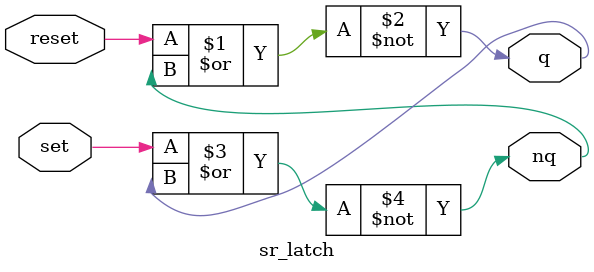
<source format=v>
module sr_latch (
    input  wire set,
    input  wire reset,
    output wire q,
    output wire nq
);
    nor n1 (q, reset, nq);
    nor n2 (nq, set, q);
endmodule

</source>
